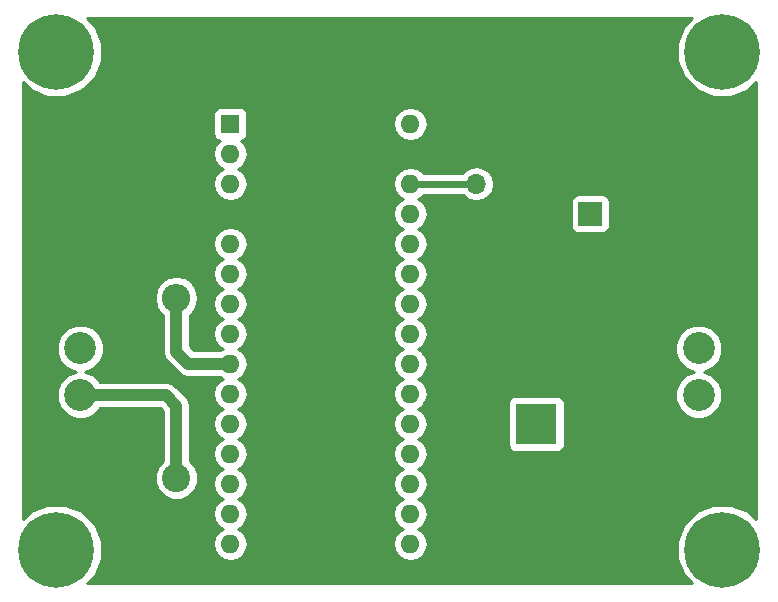
<source format=gbr>
G04 #@! TF.FileFunction,Copper,L2,Bot,Signal*
%FSLAX46Y46*%
G04 Gerber Fmt 4.6, Leading zero omitted, Abs format (unit mm)*
G04 Created by KiCad (PCBNEW 4.0.6) date Wed Jul 19 18:28:27 2017*
%MOMM*%
%LPD*%
G01*
G04 APERTURE LIST*
%ADD10C,0.100000*%
%ADD11R,1.600000X1.600000*%
%ADD12O,1.600000X1.600000*%
%ADD13R,3.500000X3.500000*%
%ADD14R,1.700000X1.700000*%
%ADD15O,1.700000X1.700000*%
%ADD16C,2.400000*%
%ADD17O,2.400000X2.400000*%
%ADD18C,6.400000*%
%ADD19R,2.700000X2.700000*%
%ADD20C,2.700000*%
%ADD21R,2.000000X2.000000*%
%ADD22C,2.000000*%
%ADD23C,1.000000*%
%ADD24C,0.609600*%
%ADD25C,0.254000*%
G04 APERTURE END LIST*
D10*
D11*
X135128000Y-85852000D03*
D12*
X150368000Y-118872000D03*
X135128000Y-88392000D03*
X150368000Y-116332000D03*
X135128000Y-90932000D03*
X150368000Y-113792000D03*
X135128000Y-93472000D03*
X150368000Y-111252000D03*
X135128000Y-96012000D03*
X150368000Y-108712000D03*
X135128000Y-98552000D03*
X150368000Y-106172000D03*
X135128000Y-101092000D03*
X150368000Y-103632000D03*
X135128000Y-103632000D03*
X150368000Y-101092000D03*
X135128000Y-106172000D03*
X150368000Y-98552000D03*
X135128000Y-108712000D03*
X150368000Y-96012000D03*
X135128000Y-111252000D03*
X150368000Y-93472000D03*
X135128000Y-113792000D03*
X150368000Y-90932000D03*
X135128000Y-116332000D03*
X150368000Y-88392000D03*
X135128000Y-118872000D03*
X150368000Y-85852000D03*
X135128000Y-121412000D03*
X150368000Y-121412000D03*
D13*
X161036000Y-111252000D03*
X161036000Y-117252000D03*
X165736000Y-114252000D03*
D14*
X155956000Y-88392000D03*
D15*
X155956000Y-90932000D03*
D16*
X130556000Y-115824000D03*
D17*
X130556000Y-100584000D03*
D18*
X120396000Y-121920000D03*
X176784000Y-121920000D03*
X176784000Y-79756000D03*
X120396000Y-79756000D03*
D19*
X174784000Y-112776000D03*
D20*
X174784000Y-108816000D03*
X174784000Y-104856000D03*
D19*
X122428000Y-112776000D03*
D20*
X122428000Y-108816000D03*
X122428000Y-104856000D03*
D21*
X165608000Y-93472000D03*
D22*
X165608000Y-88472000D03*
D23*
X135128000Y-106172000D02*
X131572000Y-106172000D01*
X130556000Y-105156000D02*
X130556000Y-100584000D01*
X131572000Y-106172000D02*
X130556000Y-105156000D01*
D24*
X150368000Y-90932000D02*
X155956000Y-90932000D01*
D23*
X122428000Y-108816000D02*
X129644000Y-108816000D01*
X130556000Y-109728000D02*
X130556000Y-115824000D01*
X129644000Y-108816000D02*
X130556000Y-109728000D01*
D25*
G36*
X173534741Y-77580811D02*
X172949667Y-78989825D01*
X172948336Y-80515482D01*
X173530950Y-81925515D01*
X174608811Y-83005259D01*
X176017825Y-83590333D01*
X177543482Y-83591664D01*
X178953515Y-83009050D01*
X179630000Y-82333745D01*
X179630000Y-119342724D01*
X178959189Y-118670741D01*
X177550175Y-118085667D01*
X176024518Y-118084336D01*
X174614485Y-118666950D01*
X173534741Y-119744811D01*
X172949667Y-121153825D01*
X172948336Y-122679482D01*
X173530950Y-124089515D01*
X174206255Y-124766000D01*
X122973276Y-124766000D01*
X123645259Y-124095189D01*
X124230333Y-122686175D01*
X124231664Y-121160518D01*
X123649050Y-119750485D01*
X122571189Y-118670741D01*
X121162175Y-118085667D01*
X119636518Y-118084336D01*
X118226485Y-118666950D01*
X117550000Y-119342255D01*
X117550000Y-105249109D01*
X120442657Y-105249109D01*
X120744218Y-105978943D01*
X121302120Y-106537819D01*
X122021087Y-106836361D01*
X121305057Y-107132218D01*
X120746181Y-107690120D01*
X120443346Y-108419427D01*
X120442657Y-109209109D01*
X120744218Y-109938943D01*
X121302120Y-110497819D01*
X122031427Y-110800654D01*
X122821109Y-110801343D01*
X123550943Y-110499782D01*
X124100683Y-109951000D01*
X129173868Y-109951000D01*
X129421000Y-110198132D01*
X129421000Y-114364200D01*
X129001270Y-114783199D01*
X128721319Y-115457395D01*
X128720682Y-116187403D01*
X128999455Y-116862086D01*
X129515199Y-117378730D01*
X130189395Y-117658681D01*
X130919403Y-117659318D01*
X131594086Y-117380545D01*
X132110730Y-116864801D01*
X132390681Y-116190605D01*
X132391318Y-115460597D01*
X132112545Y-114785914D01*
X131691000Y-114363633D01*
X131691000Y-109728000D01*
X131604603Y-109293654D01*
X131358566Y-108925434D01*
X130446566Y-108013434D01*
X130078346Y-107767397D01*
X129644000Y-107681000D01*
X124099746Y-107681000D01*
X123553880Y-107134181D01*
X122834913Y-106835639D01*
X123550943Y-106539782D01*
X124109819Y-105981880D01*
X124412654Y-105252573D01*
X124413343Y-104462891D01*
X124111782Y-103733057D01*
X123553880Y-103174181D01*
X122824573Y-102871346D01*
X122034891Y-102870657D01*
X121305057Y-103172218D01*
X120746181Y-103730120D01*
X120443346Y-104459427D01*
X120442657Y-105249109D01*
X117550000Y-105249109D01*
X117550000Y-100548050D01*
X128721000Y-100548050D01*
X128721000Y-100619950D01*
X128860681Y-101322174D01*
X129258459Y-101917491D01*
X129421000Y-102026097D01*
X129421000Y-105156000D01*
X129507397Y-105590346D01*
X129605826Y-105737655D01*
X129753434Y-105958566D01*
X130769434Y-106974566D01*
X131137654Y-107220603D01*
X131572000Y-107307000D01*
X134265233Y-107307000D01*
X134467275Y-107442000D01*
X134085189Y-107697302D01*
X133774120Y-108162849D01*
X133664887Y-108712000D01*
X133774120Y-109261151D01*
X134085189Y-109726698D01*
X134467275Y-109982000D01*
X134085189Y-110237302D01*
X133774120Y-110702849D01*
X133664887Y-111252000D01*
X133774120Y-111801151D01*
X134085189Y-112266698D01*
X134467275Y-112522000D01*
X134085189Y-112777302D01*
X133774120Y-113242849D01*
X133664887Y-113792000D01*
X133774120Y-114341151D01*
X134085189Y-114806698D01*
X134467275Y-115062000D01*
X134085189Y-115317302D01*
X133774120Y-115782849D01*
X133664887Y-116332000D01*
X133774120Y-116881151D01*
X134085189Y-117346698D01*
X134467275Y-117602000D01*
X134085189Y-117857302D01*
X133774120Y-118322849D01*
X133664887Y-118872000D01*
X133774120Y-119421151D01*
X134085189Y-119886698D01*
X134467275Y-120142000D01*
X134085189Y-120397302D01*
X133774120Y-120862849D01*
X133664887Y-121412000D01*
X133774120Y-121961151D01*
X134085189Y-122426698D01*
X134550736Y-122737767D01*
X135099887Y-122847000D01*
X135156113Y-122847000D01*
X135705264Y-122737767D01*
X136170811Y-122426698D01*
X136481880Y-121961151D01*
X136591113Y-121412000D01*
X136481880Y-120862849D01*
X136170811Y-120397302D01*
X135788725Y-120142000D01*
X136170811Y-119886698D01*
X136481880Y-119421151D01*
X136591113Y-118872000D01*
X136481880Y-118322849D01*
X136170811Y-117857302D01*
X135788725Y-117602000D01*
X136170811Y-117346698D01*
X136481880Y-116881151D01*
X136591113Y-116332000D01*
X136481880Y-115782849D01*
X136170811Y-115317302D01*
X135788725Y-115062000D01*
X136170811Y-114806698D01*
X136481880Y-114341151D01*
X136591113Y-113792000D01*
X136481880Y-113242849D01*
X136170811Y-112777302D01*
X135788725Y-112522000D01*
X136170811Y-112266698D01*
X136481880Y-111801151D01*
X136591113Y-111252000D01*
X136481880Y-110702849D01*
X136170811Y-110237302D01*
X135788725Y-109982000D01*
X136170811Y-109726698D01*
X136481880Y-109261151D01*
X136591113Y-108712000D01*
X136481880Y-108162849D01*
X136170811Y-107697302D01*
X135788725Y-107442000D01*
X136170811Y-107186698D01*
X136481880Y-106721151D01*
X136591113Y-106172000D01*
X136481880Y-105622849D01*
X136170811Y-105157302D01*
X135788725Y-104902000D01*
X136170811Y-104646698D01*
X136481880Y-104181151D01*
X136591113Y-103632000D01*
X136481880Y-103082849D01*
X136170811Y-102617302D01*
X135788725Y-102362000D01*
X136170811Y-102106698D01*
X136481880Y-101641151D01*
X136591113Y-101092000D01*
X136481880Y-100542849D01*
X136170811Y-100077302D01*
X135788725Y-99822000D01*
X136170811Y-99566698D01*
X136481880Y-99101151D01*
X136591113Y-98552000D01*
X136481880Y-98002849D01*
X136170811Y-97537302D01*
X135788725Y-97282000D01*
X136170811Y-97026698D01*
X136481880Y-96561151D01*
X136591113Y-96012000D01*
X136481880Y-95462849D01*
X136170811Y-94997302D01*
X135705264Y-94686233D01*
X135156113Y-94577000D01*
X135099887Y-94577000D01*
X134550736Y-94686233D01*
X134085189Y-94997302D01*
X133774120Y-95462849D01*
X133664887Y-96012000D01*
X133774120Y-96561151D01*
X134085189Y-97026698D01*
X134467275Y-97282000D01*
X134085189Y-97537302D01*
X133774120Y-98002849D01*
X133664887Y-98552000D01*
X133774120Y-99101151D01*
X134085189Y-99566698D01*
X134467275Y-99822000D01*
X134085189Y-100077302D01*
X133774120Y-100542849D01*
X133664887Y-101092000D01*
X133774120Y-101641151D01*
X134085189Y-102106698D01*
X134467275Y-102362000D01*
X134085189Y-102617302D01*
X133774120Y-103082849D01*
X133664887Y-103632000D01*
X133774120Y-104181151D01*
X134085189Y-104646698D01*
X134467275Y-104902000D01*
X134265233Y-105037000D01*
X132042132Y-105037000D01*
X131691000Y-104685868D01*
X131691000Y-102026097D01*
X131853541Y-101917491D01*
X132251319Y-101322174D01*
X132391000Y-100619950D01*
X132391000Y-100548050D01*
X132251319Y-99845826D01*
X131853541Y-99250509D01*
X131258224Y-98852731D01*
X130556000Y-98713050D01*
X129853776Y-98852731D01*
X129258459Y-99250509D01*
X128860681Y-99845826D01*
X128721000Y-100548050D01*
X117550000Y-100548050D01*
X117550000Y-88392000D01*
X133664887Y-88392000D01*
X133774120Y-88941151D01*
X134085189Y-89406698D01*
X134467275Y-89662000D01*
X134085189Y-89917302D01*
X133774120Y-90382849D01*
X133664887Y-90932000D01*
X133774120Y-91481151D01*
X134085189Y-91946698D01*
X134550736Y-92257767D01*
X135099887Y-92367000D01*
X135156113Y-92367000D01*
X135705264Y-92257767D01*
X136170811Y-91946698D01*
X136481880Y-91481151D01*
X136591113Y-90932000D01*
X148904887Y-90932000D01*
X149014120Y-91481151D01*
X149325189Y-91946698D01*
X149707275Y-92202000D01*
X149325189Y-92457302D01*
X149014120Y-92922849D01*
X148904887Y-93472000D01*
X149014120Y-94021151D01*
X149325189Y-94486698D01*
X149707275Y-94742000D01*
X149325189Y-94997302D01*
X149014120Y-95462849D01*
X148904887Y-96012000D01*
X149014120Y-96561151D01*
X149325189Y-97026698D01*
X149707275Y-97282000D01*
X149325189Y-97537302D01*
X149014120Y-98002849D01*
X148904887Y-98552000D01*
X149014120Y-99101151D01*
X149325189Y-99566698D01*
X149707275Y-99822000D01*
X149325189Y-100077302D01*
X149014120Y-100542849D01*
X148904887Y-101092000D01*
X149014120Y-101641151D01*
X149325189Y-102106698D01*
X149707275Y-102362000D01*
X149325189Y-102617302D01*
X149014120Y-103082849D01*
X148904887Y-103632000D01*
X149014120Y-104181151D01*
X149325189Y-104646698D01*
X149707275Y-104902000D01*
X149325189Y-105157302D01*
X149014120Y-105622849D01*
X148904887Y-106172000D01*
X149014120Y-106721151D01*
X149325189Y-107186698D01*
X149707275Y-107442000D01*
X149325189Y-107697302D01*
X149014120Y-108162849D01*
X148904887Y-108712000D01*
X149014120Y-109261151D01*
X149325189Y-109726698D01*
X149707275Y-109982000D01*
X149325189Y-110237302D01*
X149014120Y-110702849D01*
X148904887Y-111252000D01*
X149014120Y-111801151D01*
X149325189Y-112266698D01*
X149707275Y-112522000D01*
X149325189Y-112777302D01*
X149014120Y-113242849D01*
X148904887Y-113792000D01*
X149014120Y-114341151D01*
X149325189Y-114806698D01*
X149707275Y-115062000D01*
X149325189Y-115317302D01*
X149014120Y-115782849D01*
X148904887Y-116332000D01*
X149014120Y-116881151D01*
X149325189Y-117346698D01*
X149707275Y-117602000D01*
X149325189Y-117857302D01*
X149014120Y-118322849D01*
X148904887Y-118872000D01*
X149014120Y-119421151D01*
X149325189Y-119886698D01*
X149707275Y-120142000D01*
X149325189Y-120397302D01*
X149014120Y-120862849D01*
X148904887Y-121412000D01*
X149014120Y-121961151D01*
X149325189Y-122426698D01*
X149790736Y-122737767D01*
X150339887Y-122847000D01*
X150396113Y-122847000D01*
X150945264Y-122737767D01*
X151410811Y-122426698D01*
X151721880Y-121961151D01*
X151831113Y-121412000D01*
X151721880Y-120862849D01*
X151410811Y-120397302D01*
X151028725Y-120142000D01*
X151410811Y-119886698D01*
X151721880Y-119421151D01*
X151831113Y-118872000D01*
X151721880Y-118322849D01*
X151410811Y-117857302D01*
X151028725Y-117602000D01*
X151410811Y-117346698D01*
X151721880Y-116881151D01*
X151831113Y-116332000D01*
X151721880Y-115782849D01*
X151410811Y-115317302D01*
X151028725Y-115062000D01*
X151410811Y-114806698D01*
X151721880Y-114341151D01*
X151831113Y-113792000D01*
X151721880Y-113242849D01*
X151410811Y-112777302D01*
X151028725Y-112522000D01*
X151410811Y-112266698D01*
X151721880Y-111801151D01*
X151831113Y-111252000D01*
X151721880Y-110702849D01*
X151410811Y-110237302D01*
X151028725Y-109982000D01*
X151410811Y-109726698D01*
X151560949Y-109502000D01*
X158638560Y-109502000D01*
X158638560Y-113002000D01*
X158682838Y-113237317D01*
X158821910Y-113453441D01*
X159034110Y-113598431D01*
X159286000Y-113649440D01*
X162786000Y-113649440D01*
X163021317Y-113605162D01*
X163237441Y-113466090D01*
X163382431Y-113253890D01*
X163433440Y-113002000D01*
X163433440Y-109502000D01*
X163389162Y-109266683D01*
X163250090Y-109050559D01*
X163037890Y-108905569D01*
X162786000Y-108854560D01*
X159286000Y-108854560D01*
X159050683Y-108898838D01*
X158834559Y-109037910D01*
X158689569Y-109250110D01*
X158638560Y-109502000D01*
X151560949Y-109502000D01*
X151721880Y-109261151D01*
X151831113Y-108712000D01*
X151721880Y-108162849D01*
X151410811Y-107697302D01*
X151028725Y-107442000D01*
X151410811Y-107186698D01*
X151721880Y-106721151D01*
X151831113Y-106172000D01*
X151721880Y-105622849D01*
X151472155Y-105249109D01*
X172798657Y-105249109D01*
X173100218Y-105978943D01*
X173658120Y-106537819D01*
X174377087Y-106836361D01*
X173661057Y-107132218D01*
X173102181Y-107690120D01*
X172799346Y-108419427D01*
X172798657Y-109209109D01*
X173100218Y-109938943D01*
X173658120Y-110497819D01*
X174387427Y-110800654D01*
X175177109Y-110801343D01*
X175906943Y-110499782D01*
X176465819Y-109941880D01*
X176768654Y-109212573D01*
X176769343Y-108422891D01*
X176467782Y-107693057D01*
X175909880Y-107134181D01*
X175190913Y-106835639D01*
X175906943Y-106539782D01*
X176465819Y-105981880D01*
X176768654Y-105252573D01*
X176769343Y-104462891D01*
X176467782Y-103733057D01*
X175909880Y-103174181D01*
X175180573Y-102871346D01*
X174390891Y-102870657D01*
X173661057Y-103172218D01*
X173102181Y-103730120D01*
X172799346Y-104459427D01*
X172798657Y-105249109D01*
X151472155Y-105249109D01*
X151410811Y-105157302D01*
X151028725Y-104902000D01*
X151410811Y-104646698D01*
X151721880Y-104181151D01*
X151831113Y-103632000D01*
X151721880Y-103082849D01*
X151410811Y-102617302D01*
X151028725Y-102362000D01*
X151410811Y-102106698D01*
X151721880Y-101641151D01*
X151831113Y-101092000D01*
X151721880Y-100542849D01*
X151410811Y-100077302D01*
X151028725Y-99822000D01*
X151410811Y-99566698D01*
X151721880Y-99101151D01*
X151831113Y-98552000D01*
X151721880Y-98002849D01*
X151410811Y-97537302D01*
X151028725Y-97282000D01*
X151410811Y-97026698D01*
X151721880Y-96561151D01*
X151831113Y-96012000D01*
X151721880Y-95462849D01*
X151410811Y-94997302D01*
X151028725Y-94742000D01*
X151410811Y-94486698D01*
X151721880Y-94021151D01*
X151831113Y-93472000D01*
X151721880Y-92922849D01*
X151420632Y-92472000D01*
X163960560Y-92472000D01*
X163960560Y-94472000D01*
X164004838Y-94707317D01*
X164143910Y-94923441D01*
X164356110Y-95068431D01*
X164608000Y-95119440D01*
X166608000Y-95119440D01*
X166843317Y-95075162D01*
X167059441Y-94936090D01*
X167204431Y-94723890D01*
X167255440Y-94472000D01*
X167255440Y-92472000D01*
X167211162Y-92236683D01*
X167072090Y-92020559D01*
X166859890Y-91875569D01*
X166608000Y-91824560D01*
X164608000Y-91824560D01*
X164372683Y-91868838D01*
X164156559Y-92007910D01*
X164011569Y-92220110D01*
X163960560Y-92472000D01*
X151420632Y-92472000D01*
X151410811Y-92457302D01*
X151028725Y-92202000D01*
X151410811Y-91946698D01*
X151460856Y-91871800D01*
X154803184Y-91871800D01*
X154876853Y-91982054D01*
X155358622Y-92303961D01*
X155926907Y-92417000D01*
X155985093Y-92417000D01*
X156553378Y-92303961D01*
X157035147Y-91982054D01*
X157357054Y-91500285D01*
X157470093Y-90932000D01*
X157357054Y-90363715D01*
X157035147Y-89881946D01*
X156553378Y-89560039D01*
X155985093Y-89447000D01*
X155926907Y-89447000D01*
X155358622Y-89560039D01*
X154876853Y-89881946D01*
X154803184Y-89992200D01*
X151460856Y-89992200D01*
X151410811Y-89917302D01*
X150945264Y-89606233D01*
X150396113Y-89497000D01*
X150339887Y-89497000D01*
X149790736Y-89606233D01*
X149325189Y-89917302D01*
X149014120Y-90382849D01*
X148904887Y-90932000D01*
X136591113Y-90932000D01*
X136481880Y-90382849D01*
X136170811Y-89917302D01*
X135788725Y-89662000D01*
X136170811Y-89406698D01*
X136481880Y-88941151D01*
X136591113Y-88392000D01*
X136481880Y-87842849D01*
X136170811Y-87377302D01*
X136026535Y-87280899D01*
X136163317Y-87255162D01*
X136379441Y-87116090D01*
X136524431Y-86903890D01*
X136575440Y-86652000D01*
X136575440Y-85852000D01*
X148904887Y-85852000D01*
X149014120Y-86401151D01*
X149325189Y-86866698D01*
X149790736Y-87177767D01*
X150339887Y-87287000D01*
X150396113Y-87287000D01*
X150945264Y-87177767D01*
X151410811Y-86866698D01*
X151721880Y-86401151D01*
X151831113Y-85852000D01*
X151721880Y-85302849D01*
X151410811Y-84837302D01*
X150945264Y-84526233D01*
X150396113Y-84417000D01*
X150339887Y-84417000D01*
X149790736Y-84526233D01*
X149325189Y-84837302D01*
X149014120Y-85302849D01*
X148904887Y-85852000D01*
X136575440Y-85852000D01*
X136575440Y-85052000D01*
X136531162Y-84816683D01*
X136392090Y-84600559D01*
X136179890Y-84455569D01*
X135928000Y-84404560D01*
X134328000Y-84404560D01*
X134092683Y-84448838D01*
X133876559Y-84587910D01*
X133731569Y-84800110D01*
X133680560Y-85052000D01*
X133680560Y-86652000D01*
X133724838Y-86887317D01*
X133863910Y-87103441D01*
X134076110Y-87248431D01*
X134231089Y-87279815D01*
X134085189Y-87377302D01*
X133774120Y-87842849D01*
X133664887Y-88392000D01*
X117550000Y-88392000D01*
X117550000Y-82333276D01*
X118220811Y-83005259D01*
X119629825Y-83590333D01*
X121155482Y-83591664D01*
X122565515Y-83009050D01*
X123645259Y-81931189D01*
X124230333Y-80522175D01*
X124231664Y-78996518D01*
X123649050Y-77586485D01*
X122973745Y-76910000D01*
X174206724Y-76910000D01*
X173534741Y-77580811D01*
X173534741Y-77580811D01*
G37*
X173534741Y-77580811D02*
X172949667Y-78989825D01*
X172948336Y-80515482D01*
X173530950Y-81925515D01*
X174608811Y-83005259D01*
X176017825Y-83590333D01*
X177543482Y-83591664D01*
X178953515Y-83009050D01*
X179630000Y-82333745D01*
X179630000Y-119342724D01*
X178959189Y-118670741D01*
X177550175Y-118085667D01*
X176024518Y-118084336D01*
X174614485Y-118666950D01*
X173534741Y-119744811D01*
X172949667Y-121153825D01*
X172948336Y-122679482D01*
X173530950Y-124089515D01*
X174206255Y-124766000D01*
X122973276Y-124766000D01*
X123645259Y-124095189D01*
X124230333Y-122686175D01*
X124231664Y-121160518D01*
X123649050Y-119750485D01*
X122571189Y-118670741D01*
X121162175Y-118085667D01*
X119636518Y-118084336D01*
X118226485Y-118666950D01*
X117550000Y-119342255D01*
X117550000Y-105249109D01*
X120442657Y-105249109D01*
X120744218Y-105978943D01*
X121302120Y-106537819D01*
X122021087Y-106836361D01*
X121305057Y-107132218D01*
X120746181Y-107690120D01*
X120443346Y-108419427D01*
X120442657Y-109209109D01*
X120744218Y-109938943D01*
X121302120Y-110497819D01*
X122031427Y-110800654D01*
X122821109Y-110801343D01*
X123550943Y-110499782D01*
X124100683Y-109951000D01*
X129173868Y-109951000D01*
X129421000Y-110198132D01*
X129421000Y-114364200D01*
X129001270Y-114783199D01*
X128721319Y-115457395D01*
X128720682Y-116187403D01*
X128999455Y-116862086D01*
X129515199Y-117378730D01*
X130189395Y-117658681D01*
X130919403Y-117659318D01*
X131594086Y-117380545D01*
X132110730Y-116864801D01*
X132390681Y-116190605D01*
X132391318Y-115460597D01*
X132112545Y-114785914D01*
X131691000Y-114363633D01*
X131691000Y-109728000D01*
X131604603Y-109293654D01*
X131358566Y-108925434D01*
X130446566Y-108013434D01*
X130078346Y-107767397D01*
X129644000Y-107681000D01*
X124099746Y-107681000D01*
X123553880Y-107134181D01*
X122834913Y-106835639D01*
X123550943Y-106539782D01*
X124109819Y-105981880D01*
X124412654Y-105252573D01*
X124413343Y-104462891D01*
X124111782Y-103733057D01*
X123553880Y-103174181D01*
X122824573Y-102871346D01*
X122034891Y-102870657D01*
X121305057Y-103172218D01*
X120746181Y-103730120D01*
X120443346Y-104459427D01*
X120442657Y-105249109D01*
X117550000Y-105249109D01*
X117550000Y-100548050D01*
X128721000Y-100548050D01*
X128721000Y-100619950D01*
X128860681Y-101322174D01*
X129258459Y-101917491D01*
X129421000Y-102026097D01*
X129421000Y-105156000D01*
X129507397Y-105590346D01*
X129605826Y-105737655D01*
X129753434Y-105958566D01*
X130769434Y-106974566D01*
X131137654Y-107220603D01*
X131572000Y-107307000D01*
X134265233Y-107307000D01*
X134467275Y-107442000D01*
X134085189Y-107697302D01*
X133774120Y-108162849D01*
X133664887Y-108712000D01*
X133774120Y-109261151D01*
X134085189Y-109726698D01*
X134467275Y-109982000D01*
X134085189Y-110237302D01*
X133774120Y-110702849D01*
X133664887Y-111252000D01*
X133774120Y-111801151D01*
X134085189Y-112266698D01*
X134467275Y-112522000D01*
X134085189Y-112777302D01*
X133774120Y-113242849D01*
X133664887Y-113792000D01*
X133774120Y-114341151D01*
X134085189Y-114806698D01*
X134467275Y-115062000D01*
X134085189Y-115317302D01*
X133774120Y-115782849D01*
X133664887Y-116332000D01*
X133774120Y-116881151D01*
X134085189Y-117346698D01*
X134467275Y-117602000D01*
X134085189Y-117857302D01*
X133774120Y-118322849D01*
X133664887Y-118872000D01*
X133774120Y-119421151D01*
X134085189Y-119886698D01*
X134467275Y-120142000D01*
X134085189Y-120397302D01*
X133774120Y-120862849D01*
X133664887Y-121412000D01*
X133774120Y-121961151D01*
X134085189Y-122426698D01*
X134550736Y-122737767D01*
X135099887Y-122847000D01*
X135156113Y-122847000D01*
X135705264Y-122737767D01*
X136170811Y-122426698D01*
X136481880Y-121961151D01*
X136591113Y-121412000D01*
X136481880Y-120862849D01*
X136170811Y-120397302D01*
X135788725Y-120142000D01*
X136170811Y-119886698D01*
X136481880Y-119421151D01*
X136591113Y-118872000D01*
X136481880Y-118322849D01*
X136170811Y-117857302D01*
X135788725Y-117602000D01*
X136170811Y-117346698D01*
X136481880Y-116881151D01*
X136591113Y-116332000D01*
X136481880Y-115782849D01*
X136170811Y-115317302D01*
X135788725Y-115062000D01*
X136170811Y-114806698D01*
X136481880Y-114341151D01*
X136591113Y-113792000D01*
X136481880Y-113242849D01*
X136170811Y-112777302D01*
X135788725Y-112522000D01*
X136170811Y-112266698D01*
X136481880Y-111801151D01*
X136591113Y-111252000D01*
X136481880Y-110702849D01*
X136170811Y-110237302D01*
X135788725Y-109982000D01*
X136170811Y-109726698D01*
X136481880Y-109261151D01*
X136591113Y-108712000D01*
X136481880Y-108162849D01*
X136170811Y-107697302D01*
X135788725Y-107442000D01*
X136170811Y-107186698D01*
X136481880Y-106721151D01*
X136591113Y-106172000D01*
X136481880Y-105622849D01*
X136170811Y-105157302D01*
X135788725Y-104902000D01*
X136170811Y-104646698D01*
X136481880Y-104181151D01*
X136591113Y-103632000D01*
X136481880Y-103082849D01*
X136170811Y-102617302D01*
X135788725Y-102362000D01*
X136170811Y-102106698D01*
X136481880Y-101641151D01*
X136591113Y-101092000D01*
X136481880Y-100542849D01*
X136170811Y-100077302D01*
X135788725Y-99822000D01*
X136170811Y-99566698D01*
X136481880Y-99101151D01*
X136591113Y-98552000D01*
X136481880Y-98002849D01*
X136170811Y-97537302D01*
X135788725Y-97282000D01*
X136170811Y-97026698D01*
X136481880Y-96561151D01*
X136591113Y-96012000D01*
X136481880Y-95462849D01*
X136170811Y-94997302D01*
X135705264Y-94686233D01*
X135156113Y-94577000D01*
X135099887Y-94577000D01*
X134550736Y-94686233D01*
X134085189Y-94997302D01*
X133774120Y-95462849D01*
X133664887Y-96012000D01*
X133774120Y-96561151D01*
X134085189Y-97026698D01*
X134467275Y-97282000D01*
X134085189Y-97537302D01*
X133774120Y-98002849D01*
X133664887Y-98552000D01*
X133774120Y-99101151D01*
X134085189Y-99566698D01*
X134467275Y-99822000D01*
X134085189Y-100077302D01*
X133774120Y-100542849D01*
X133664887Y-101092000D01*
X133774120Y-101641151D01*
X134085189Y-102106698D01*
X134467275Y-102362000D01*
X134085189Y-102617302D01*
X133774120Y-103082849D01*
X133664887Y-103632000D01*
X133774120Y-104181151D01*
X134085189Y-104646698D01*
X134467275Y-104902000D01*
X134265233Y-105037000D01*
X132042132Y-105037000D01*
X131691000Y-104685868D01*
X131691000Y-102026097D01*
X131853541Y-101917491D01*
X132251319Y-101322174D01*
X132391000Y-100619950D01*
X132391000Y-100548050D01*
X132251319Y-99845826D01*
X131853541Y-99250509D01*
X131258224Y-98852731D01*
X130556000Y-98713050D01*
X129853776Y-98852731D01*
X129258459Y-99250509D01*
X128860681Y-99845826D01*
X128721000Y-100548050D01*
X117550000Y-100548050D01*
X117550000Y-88392000D01*
X133664887Y-88392000D01*
X133774120Y-88941151D01*
X134085189Y-89406698D01*
X134467275Y-89662000D01*
X134085189Y-89917302D01*
X133774120Y-90382849D01*
X133664887Y-90932000D01*
X133774120Y-91481151D01*
X134085189Y-91946698D01*
X134550736Y-92257767D01*
X135099887Y-92367000D01*
X135156113Y-92367000D01*
X135705264Y-92257767D01*
X136170811Y-91946698D01*
X136481880Y-91481151D01*
X136591113Y-90932000D01*
X148904887Y-90932000D01*
X149014120Y-91481151D01*
X149325189Y-91946698D01*
X149707275Y-92202000D01*
X149325189Y-92457302D01*
X149014120Y-92922849D01*
X148904887Y-93472000D01*
X149014120Y-94021151D01*
X149325189Y-94486698D01*
X149707275Y-94742000D01*
X149325189Y-94997302D01*
X149014120Y-95462849D01*
X148904887Y-96012000D01*
X149014120Y-96561151D01*
X149325189Y-97026698D01*
X149707275Y-97282000D01*
X149325189Y-97537302D01*
X149014120Y-98002849D01*
X148904887Y-98552000D01*
X149014120Y-99101151D01*
X149325189Y-99566698D01*
X149707275Y-99822000D01*
X149325189Y-100077302D01*
X149014120Y-100542849D01*
X148904887Y-101092000D01*
X149014120Y-101641151D01*
X149325189Y-102106698D01*
X149707275Y-102362000D01*
X149325189Y-102617302D01*
X149014120Y-103082849D01*
X148904887Y-103632000D01*
X149014120Y-104181151D01*
X149325189Y-104646698D01*
X149707275Y-104902000D01*
X149325189Y-105157302D01*
X149014120Y-105622849D01*
X148904887Y-106172000D01*
X149014120Y-106721151D01*
X149325189Y-107186698D01*
X149707275Y-107442000D01*
X149325189Y-107697302D01*
X149014120Y-108162849D01*
X148904887Y-108712000D01*
X149014120Y-109261151D01*
X149325189Y-109726698D01*
X149707275Y-109982000D01*
X149325189Y-110237302D01*
X149014120Y-110702849D01*
X148904887Y-111252000D01*
X149014120Y-111801151D01*
X149325189Y-112266698D01*
X149707275Y-112522000D01*
X149325189Y-112777302D01*
X149014120Y-113242849D01*
X148904887Y-113792000D01*
X149014120Y-114341151D01*
X149325189Y-114806698D01*
X149707275Y-115062000D01*
X149325189Y-115317302D01*
X149014120Y-115782849D01*
X148904887Y-116332000D01*
X149014120Y-116881151D01*
X149325189Y-117346698D01*
X149707275Y-117602000D01*
X149325189Y-117857302D01*
X149014120Y-118322849D01*
X148904887Y-118872000D01*
X149014120Y-119421151D01*
X149325189Y-119886698D01*
X149707275Y-120142000D01*
X149325189Y-120397302D01*
X149014120Y-120862849D01*
X148904887Y-121412000D01*
X149014120Y-121961151D01*
X149325189Y-122426698D01*
X149790736Y-122737767D01*
X150339887Y-122847000D01*
X150396113Y-122847000D01*
X150945264Y-122737767D01*
X151410811Y-122426698D01*
X151721880Y-121961151D01*
X151831113Y-121412000D01*
X151721880Y-120862849D01*
X151410811Y-120397302D01*
X151028725Y-120142000D01*
X151410811Y-119886698D01*
X151721880Y-119421151D01*
X151831113Y-118872000D01*
X151721880Y-118322849D01*
X151410811Y-117857302D01*
X151028725Y-117602000D01*
X151410811Y-117346698D01*
X151721880Y-116881151D01*
X151831113Y-116332000D01*
X151721880Y-115782849D01*
X151410811Y-115317302D01*
X151028725Y-115062000D01*
X151410811Y-114806698D01*
X151721880Y-114341151D01*
X151831113Y-113792000D01*
X151721880Y-113242849D01*
X151410811Y-112777302D01*
X151028725Y-112522000D01*
X151410811Y-112266698D01*
X151721880Y-111801151D01*
X151831113Y-111252000D01*
X151721880Y-110702849D01*
X151410811Y-110237302D01*
X151028725Y-109982000D01*
X151410811Y-109726698D01*
X151560949Y-109502000D01*
X158638560Y-109502000D01*
X158638560Y-113002000D01*
X158682838Y-113237317D01*
X158821910Y-113453441D01*
X159034110Y-113598431D01*
X159286000Y-113649440D01*
X162786000Y-113649440D01*
X163021317Y-113605162D01*
X163237441Y-113466090D01*
X163382431Y-113253890D01*
X163433440Y-113002000D01*
X163433440Y-109502000D01*
X163389162Y-109266683D01*
X163250090Y-109050559D01*
X163037890Y-108905569D01*
X162786000Y-108854560D01*
X159286000Y-108854560D01*
X159050683Y-108898838D01*
X158834559Y-109037910D01*
X158689569Y-109250110D01*
X158638560Y-109502000D01*
X151560949Y-109502000D01*
X151721880Y-109261151D01*
X151831113Y-108712000D01*
X151721880Y-108162849D01*
X151410811Y-107697302D01*
X151028725Y-107442000D01*
X151410811Y-107186698D01*
X151721880Y-106721151D01*
X151831113Y-106172000D01*
X151721880Y-105622849D01*
X151472155Y-105249109D01*
X172798657Y-105249109D01*
X173100218Y-105978943D01*
X173658120Y-106537819D01*
X174377087Y-106836361D01*
X173661057Y-107132218D01*
X173102181Y-107690120D01*
X172799346Y-108419427D01*
X172798657Y-109209109D01*
X173100218Y-109938943D01*
X173658120Y-110497819D01*
X174387427Y-110800654D01*
X175177109Y-110801343D01*
X175906943Y-110499782D01*
X176465819Y-109941880D01*
X176768654Y-109212573D01*
X176769343Y-108422891D01*
X176467782Y-107693057D01*
X175909880Y-107134181D01*
X175190913Y-106835639D01*
X175906943Y-106539782D01*
X176465819Y-105981880D01*
X176768654Y-105252573D01*
X176769343Y-104462891D01*
X176467782Y-103733057D01*
X175909880Y-103174181D01*
X175180573Y-102871346D01*
X174390891Y-102870657D01*
X173661057Y-103172218D01*
X173102181Y-103730120D01*
X172799346Y-104459427D01*
X172798657Y-105249109D01*
X151472155Y-105249109D01*
X151410811Y-105157302D01*
X151028725Y-104902000D01*
X151410811Y-104646698D01*
X151721880Y-104181151D01*
X151831113Y-103632000D01*
X151721880Y-103082849D01*
X151410811Y-102617302D01*
X151028725Y-102362000D01*
X151410811Y-102106698D01*
X151721880Y-101641151D01*
X151831113Y-101092000D01*
X151721880Y-100542849D01*
X151410811Y-100077302D01*
X151028725Y-99822000D01*
X151410811Y-99566698D01*
X151721880Y-99101151D01*
X151831113Y-98552000D01*
X151721880Y-98002849D01*
X151410811Y-97537302D01*
X151028725Y-97282000D01*
X151410811Y-97026698D01*
X151721880Y-96561151D01*
X151831113Y-96012000D01*
X151721880Y-95462849D01*
X151410811Y-94997302D01*
X151028725Y-94742000D01*
X151410811Y-94486698D01*
X151721880Y-94021151D01*
X151831113Y-93472000D01*
X151721880Y-92922849D01*
X151420632Y-92472000D01*
X163960560Y-92472000D01*
X163960560Y-94472000D01*
X164004838Y-94707317D01*
X164143910Y-94923441D01*
X164356110Y-95068431D01*
X164608000Y-95119440D01*
X166608000Y-95119440D01*
X166843317Y-95075162D01*
X167059441Y-94936090D01*
X167204431Y-94723890D01*
X167255440Y-94472000D01*
X167255440Y-92472000D01*
X167211162Y-92236683D01*
X167072090Y-92020559D01*
X166859890Y-91875569D01*
X166608000Y-91824560D01*
X164608000Y-91824560D01*
X164372683Y-91868838D01*
X164156559Y-92007910D01*
X164011569Y-92220110D01*
X163960560Y-92472000D01*
X151420632Y-92472000D01*
X151410811Y-92457302D01*
X151028725Y-92202000D01*
X151410811Y-91946698D01*
X151460856Y-91871800D01*
X154803184Y-91871800D01*
X154876853Y-91982054D01*
X155358622Y-92303961D01*
X155926907Y-92417000D01*
X155985093Y-92417000D01*
X156553378Y-92303961D01*
X157035147Y-91982054D01*
X157357054Y-91500285D01*
X157470093Y-90932000D01*
X157357054Y-90363715D01*
X157035147Y-89881946D01*
X156553378Y-89560039D01*
X155985093Y-89447000D01*
X155926907Y-89447000D01*
X155358622Y-89560039D01*
X154876853Y-89881946D01*
X154803184Y-89992200D01*
X151460856Y-89992200D01*
X151410811Y-89917302D01*
X150945264Y-89606233D01*
X150396113Y-89497000D01*
X150339887Y-89497000D01*
X149790736Y-89606233D01*
X149325189Y-89917302D01*
X149014120Y-90382849D01*
X148904887Y-90932000D01*
X136591113Y-90932000D01*
X136481880Y-90382849D01*
X136170811Y-89917302D01*
X135788725Y-89662000D01*
X136170811Y-89406698D01*
X136481880Y-88941151D01*
X136591113Y-88392000D01*
X136481880Y-87842849D01*
X136170811Y-87377302D01*
X136026535Y-87280899D01*
X136163317Y-87255162D01*
X136379441Y-87116090D01*
X136524431Y-86903890D01*
X136575440Y-86652000D01*
X136575440Y-85852000D01*
X148904887Y-85852000D01*
X149014120Y-86401151D01*
X149325189Y-86866698D01*
X149790736Y-87177767D01*
X150339887Y-87287000D01*
X150396113Y-87287000D01*
X150945264Y-87177767D01*
X151410811Y-86866698D01*
X151721880Y-86401151D01*
X151831113Y-85852000D01*
X151721880Y-85302849D01*
X151410811Y-84837302D01*
X150945264Y-84526233D01*
X150396113Y-84417000D01*
X150339887Y-84417000D01*
X149790736Y-84526233D01*
X149325189Y-84837302D01*
X149014120Y-85302849D01*
X148904887Y-85852000D01*
X136575440Y-85852000D01*
X136575440Y-85052000D01*
X136531162Y-84816683D01*
X136392090Y-84600559D01*
X136179890Y-84455569D01*
X135928000Y-84404560D01*
X134328000Y-84404560D01*
X134092683Y-84448838D01*
X133876559Y-84587910D01*
X133731569Y-84800110D01*
X133680560Y-85052000D01*
X133680560Y-86652000D01*
X133724838Y-86887317D01*
X133863910Y-87103441D01*
X134076110Y-87248431D01*
X134231089Y-87279815D01*
X134085189Y-87377302D01*
X133774120Y-87842849D01*
X133664887Y-88392000D01*
X117550000Y-88392000D01*
X117550000Y-82333276D01*
X118220811Y-83005259D01*
X119629825Y-83590333D01*
X121155482Y-83591664D01*
X122565515Y-83009050D01*
X123645259Y-81931189D01*
X124230333Y-80522175D01*
X124231664Y-78996518D01*
X123649050Y-77586485D01*
X122973745Y-76910000D01*
X174206724Y-76910000D01*
X173534741Y-77580811D01*
M02*

</source>
